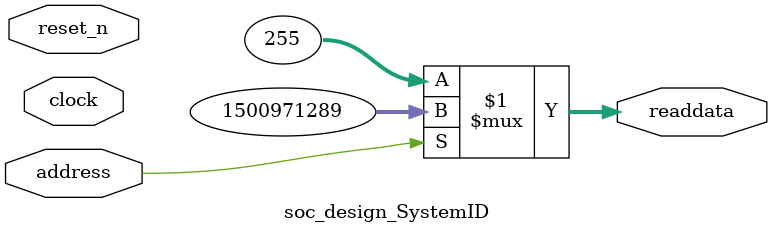
<source format=v>



// synthesis translate_off
`timescale 1ns / 1ps
// synthesis translate_on

// turn off superfluous verilog processor warnings 
// altera message_level Level1 
// altera message_off 10034 10035 10036 10037 10230 10240 10030 

module soc_design_SystemID (
               // inputs:
                address,
                clock,
                reset_n,

               // outputs:
                readdata
             )
;

  output  [ 31: 0] readdata;
  input            address;
  input            clock;
  input            reset_n;

  wire    [ 31: 0] readdata;
  //control_slave, which is an e_avalon_slave
  assign readdata = address ? 1500971289 : 255;

endmodule



</source>
